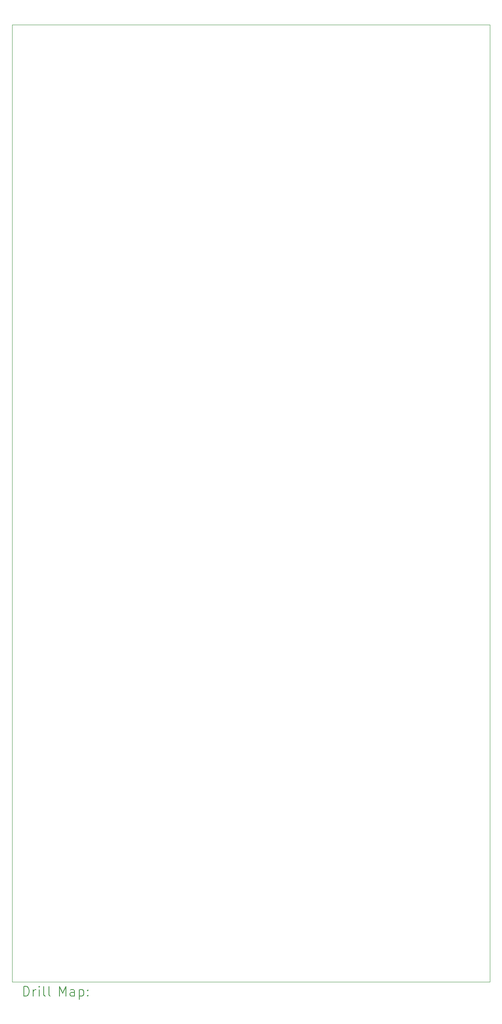
<source format=gbr>
%TF.GenerationSoftware,KiCad,Pcbnew,7.0.0-da2b9df05c~163~ubuntu22.04.1*%
%TF.CreationDate,2023-02-21T20:49:09-05:00*%
%TF.ProjectId,mfos_vca-panel,6d666f73-5f76-4636-912d-70616e656c2e,rev?*%
%TF.SameCoordinates,Original*%
%TF.FileFunction,Drillmap*%
%TF.FilePolarity,Positive*%
%FSLAX45Y45*%
G04 Gerber Fmt 4.5, Leading zero omitted, Abs format (unit mm)*
G04 Created by KiCad (PCBNEW 7.0.0-da2b9df05c~163~ubuntu22.04.1) date 2023-02-21 20:49:09*
%MOMM*%
%LPD*%
G01*
G04 APERTURE LIST*
%ADD10C,0.050000*%
%ADD11C,0.200000*%
G04 APERTURE END LIST*
D10*
X1700000Y-600000D02*
X11700000Y-600000D01*
X11700000Y-600000D02*
X11700000Y-20600000D01*
X11700000Y-20600000D02*
X1700000Y-20600000D01*
X1700000Y-20600000D02*
X1700000Y-600000D01*
D11*
X1945119Y-20895976D02*
X1945119Y-20695976D01*
X1945119Y-20695976D02*
X1992738Y-20695976D01*
X1992738Y-20695976D02*
X2021309Y-20705500D01*
X2021309Y-20705500D02*
X2040357Y-20724548D01*
X2040357Y-20724548D02*
X2049881Y-20743595D01*
X2049881Y-20743595D02*
X2059405Y-20781690D01*
X2059405Y-20781690D02*
X2059405Y-20810262D01*
X2059405Y-20810262D02*
X2049881Y-20848357D01*
X2049881Y-20848357D02*
X2040357Y-20867405D01*
X2040357Y-20867405D02*
X2021309Y-20886452D01*
X2021309Y-20886452D02*
X1992738Y-20895976D01*
X1992738Y-20895976D02*
X1945119Y-20895976D01*
X2145119Y-20895976D02*
X2145119Y-20762643D01*
X2145119Y-20800738D02*
X2154643Y-20781690D01*
X2154643Y-20781690D02*
X2164167Y-20772167D01*
X2164167Y-20772167D02*
X2183214Y-20762643D01*
X2183214Y-20762643D02*
X2202262Y-20762643D01*
X2268929Y-20895976D02*
X2268929Y-20762643D01*
X2268929Y-20695976D02*
X2259405Y-20705500D01*
X2259405Y-20705500D02*
X2268929Y-20715024D01*
X2268929Y-20715024D02*
X2278452Y-20705500D01*
X2278452Y-20705500D02*
X2268929Y-20695976D01*
X2268929Y-20695976D02*
X2268929Y-20715024D01*
X2392738Y-20895976D02*
X2373690Y-20886452D01*
X2373690Y-20886452D02*
X2364167Y-20867405D01*
X2364167Y-20867405D02*
X2364167Y-20695976D01*
X2497500Y-20895976D02*
X2478452Y-20886452D01*
X2478452Y-20886452D02*
X2468929Y-20867405D01*
X2468929Y-20867405D02*
X2468929Y-20695976D01*
X2693690Y-20895976D02*
X2693690Y-20695976D01*
X2693690Y-20695976D02*
X2760357Y-20838833D01*
X2760357Y-20838833D02*
X2827024Y-20695976D01*
X2827024Y-20695976D02*
X2827024Y-20895976D01*
X3007976Y-20895976D02*
X3007976Y-20791214D01*
X3007976Y-20791214D02*
X2998452Y-20772167D01*
X2998452Y-20772167D02*
X2979405Y-20762643D01*
X2979405Y-20762643D02*
X2941309Y-20762643D01*
X2941309Y-20762643D02*
X2922262Y-20772167D01*
X3007976Y-20886452D02*
X2988928Y-20895976D01*
X2988928Y-20895976D02*
X2941309Y-20895976D01*
X2941309Y-20895976D02*
X2922262Y-20886452D01*
X2922262Y-20886452D02*
X2912738Y-20867405D01*
X2912738Y-20867405D02*
X2912738Y-20848357D01*
X2912738Y-20848357D02*
X2922262Y-20829310D01*
X2922262Y-20829310D02*
X2941309Y-20819786D01*
X2941309Y-20819786D02*
X2988928Y-20819786D01*
X2988928Y-20819786D02*
X3007976Y-20810262D01*
X3103214Y-20762643D02*
X3103214Y-20962643D01*
X3103214Y-20772167D02*
X3122262Y-20762643D01*
X3122262Y-20762643D02*
X3160357Y-20762643D01*
X3160357Y-20762643D02*
X3179405Y-20772167D01*
X3179405Y-20772167D02*
X3188928Y-20781690D01*
X3188928Y-20781690D02*
X3198452Y-20800738D01*
X3198452Y-20800738D02*
X3198452Y-20857881D01*
X3198452Y-20857881D02*
X3188928Y-20876929D01*
X3188928Y-20876929D02*
X3179405Y-20886452D01*
X3179405Y-20886452D02*
X3160357Y-20895976D01*
X3160357Y-20895976D02*
X3122262Y-20895976D01*
X3122262Y-20895976D02*
X3103214Y-20886452D01*
X3284167Y-20876929D02*
X3293690Y-20886452D01*
X3293690Y-20886452D02*
X3284167Y-20895976D01*
X3284167Y-20895976D02*
X3274643Y-20886452D01*
X3274643Y-20886452D02*
X3284167Y-20876929D01*
X3284167Y-20876929D02*
X3284167Y-20895976D01*
X3284167Y-20772167D02*
X3293690Y-20781690D01*
X3293690Y-20781690D02*
X3284167Y-20791214D01*
X3284167Y-20791214D02*
X3274643Y-20781690D01*
X3274643Y-20781690D02*
X3284167Y-20772167D01*
X3284167Y-20772167D02*
X3284167Y-20791214D01*
M02*

</source>
